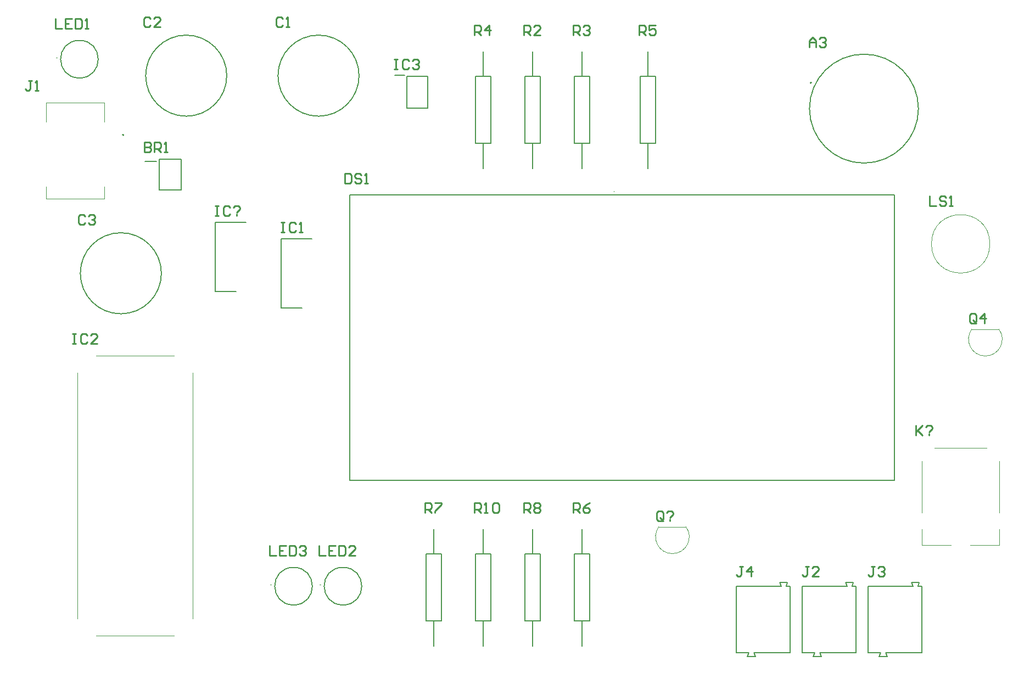
<source format=gto>
G04*
G04 #@! TF.GenerationSoftware,Altium Limited,Altium Designer,23.6.0 (18)*
G04*
G04 Layer_Color=65535*
%FSLAX44Y44*%
%MOMM*%
G71*
G04*
G04 #@! TF.SameCoordinates,7898EC2A-0A59-48EF-961D-189EECB35E8C*
G04*
G04*
G04 #@! TF.FilePolarity,Positive*
G04*
G01*
G75*
%ADD10C,0.1000*%
%ADD11C,0.2000*%
%ADD12C,0.1270*%
%ADD13C,0.2540*%
D10*
X913600Y735200D02*
G03*
X913600Y736200I0J500D01*
G01*
D02*
G03*
X913600Y735200I0J-500D01*
G01*
X982265Y218482D02*
G03*
X1024308Y218519I21035J-15282D01*
G01*
X383800Y129000D02*
G03*
X384800Y129000I500J0D01*
G01*
D02*
G03*
X383800Y129000I-500J0D01*
G01*
X460000D02*
G03*
X461000Y129000I500J0D01*
G01*
D02*
G03*
X460000Y129000I-500J0D01*
G01*
X1402800Y655000D02*
G03*
X1492800Y655000I45000J0D01*
G01*
D02*
G03*
X1402800Y655000I-45000J0D01*
G01*
X1464866Y523282D02*
G03*
X1506908Y523319I21035J-15282D01*
G01*
X53600Y941800D02*
G03*
X54600Y941800I500J0D01*
G01*
D02*
G03*
X53600Y941800I-500J0D01*
G01*
X127400Y843000D02*
Y873000D01*
X37400D02*
X127400D01*
X37400Y843000D02*
Y873000D01*
Y725000D02*
Y743000D01*
Y725000D02*
X127400D01*
Y743000D01*
X1387800Y190200D02*
X1432800D01*
X1387800D02*
Y215200D01*
X1462800Y190200D02*
X1507800D01*
Y215200D01*
Y240200D02*
Y320200D01*
X1407800Y340200D02*
X1487800D01*
X1387800Y240200D02*
Y320200D01*
X982279Y218500D02*
X1024322D01*
X1464879Y523300D02*
X1506922D01*
X114970Y482453D02*
X234969D01*
X114970Y50653D02*
X234969D01*
X263869Y76553D02*
Y456553D01*
X86069Y76553D02*
Y456553D01*
D11*
X156400Y824000D02*
G03*
X156400Y822000I0J-1000D01*
G01*
D02*
G03*
X156400Y824000I0J1000D01*
G01*
X215300Y609600D02*
G03*
X215300Y609600I-62500J0D01*
G01*
X419100Y156000D02*
G03*
X419100Y98000I0J-29000D01*
G01*
D02*
G03*
X419100Y156000I0J29000D01*
G01*
X495300D02*
G03*
X495300Y98000I0J-29000D01*
G01*
D02*
G03*
X495300Y156000I0J29000D01*
G01*
X316100Y914400D02*
G03*
X316100Y914400I-62500J0D01*
G01*
X88900Y968800D02*
G03*
X88900Y910800I0J-29000D01*
G01*
D02*
G03*
X88900Y968800I0J29000D01*
G01*
X1217700Y903600D02*
G03*
X1217700Y903600I-1000J0D01*
G01*
X520100Y914400D02*
G03*
X520100Y914400I-62500J0D01*
G01*
X1345800Y290200D02*
Y730200D01*
X505800D02*
X1345800D01*
X505800Y290200D02*
Y730200D01*
Y290200D02*
X1345800D01*
X851650Y809950D02*
Y913050D01*
X875550D01*
Y809950D02*
Y913050D01*
X851650Y809950D02*
X875550D01*
X863600Y771250D02*
Y809950D01*
Y913050D02*
Y951750D01*
X298700Y688400D02*
X345700D01*
X298700Y581700D02*
Y688400D01*
Y581700D02*
X330200D01*
X775450Y73350D02*
Y176450D01*
X799350D01*
Y73350D02*
Y176450D01*
X775450Y73350D02*
X799350D01*
X787400Y34650D02*
Y73350D01*
Y176450D02*
Y215150D01*
X699250Y73350D02*
Y176450D01*
X723150D01*
Y73350D02*
Y176450D01*
X699250Y73350D02*
X723150D01*
X711200Y34650D02*
Y73350D01*
Y176450D02*
Y215150D01*
X1304700Y24800D02*
Y126800D01*
X1374640D01*
X1372140Y132800D02*
X1374640Y126800D01*
X1372140Y132800D02*
X1384140D01*
X1381700Y126800D02*
X1384140Y132800D01*
X1381700Y126800D02*
X1387700D01*
Y24800D02*
Y126800D01*
X1331760Y24800D02*
X1387700D01*
X1331760D02*
X1334260Y18800D01*
X1322260D02*
X1334260D01*
X1322260D02*
X1324700Y24800D01*
X1304700D02*
X1324700D01*
X1203100D02*
Y126800D01*
X1273040D01*
X1270540Y132800D02*
X1273040Y126800D01*
X1270540Y132800D02*
X1282540D01*
X1280100Y126800D02*
X1282540Y132800D01*
X1280100Y126800D02*
X1286100D01*
Y24800D02*
Y126800D01*
X1230160Y24800D02*
X1286100D01*
X1230160D02*
X1232660Y18800D01*
X1220660D02*
X1232660D01*
X1220660D02*
X1223100Y24800D01*
X1203100D02*
X1223100D01*
X1101500D02*
Y126800D01*
X1171440D01*
X1168940Y132800D02*
X1171440Y126800D01*
X1168940Y132800D02*
X1180940D01*
X1178500Y126800D02*
X1180940Y132800D01*
X1178500Y126800D02*
X1184500D01*
Y24800D02*
Y126800D01*
X1128560Y24800D02*
X1184500D01*
X1128560D02*
X1131060Y18800D01*
X1119060D02*
X1131060D01*
X1119060D02*
X1121500Y24800D01*
X1101500D02*
X1121500D01*
X623050Y73350D02*
Y176450D01*
X646950D01*
Y73350D02*
Y176450D01*
X623050Y73350D02*
X646950D01*
X635000Y34650D02*
Y73350D01*
Y176450D02*
Y215150D01*
X851650Y73350D02*
Y176450D01*
X875550D01*
Y73350D02*
Y176450D01*
X851650Y73350D02*
X875550D01*
X863600Y34650D02*
Y73350D01*
Y176450D02*
Y215150D01*
X699250Y809950D02*
Y913050D01*
X723150D01*
Y809950D02*
Y913050D01*
X699250Y809950D02*
X723150D01*
X711200Y771250D02*
Y809950D01*
Y913050D02*
Y951750D01*
X953250Y809950D02*
Y913050D01*
X977150D01*
Y809950D02*
Y913050D01*
X953250Y809950D02*
X977150D01*
X965200Y771250D02*
Y809950D01*
Y913050D02*
Y951750D01*
X775450Y809950D02*
Y913050D01*
X799350D01*
Y809950D02*
Y913050D01*
X775450Y809950D02*
X799350D01*
X787400Y771250D02*
Y809950D01*
Y913050D02*
Y951750D01*
X574850Y914800D02*
X590100D01*
X593600Y864500D02*
Y913500D01*
Y864500D02*
X625600D01*
Y913500D01*
X593600D02*
X625600D01*
X400300Y662900D02*
X447300D01*
X400300Y556200D02*
Y662900D01*
Y556200D02*
X431800D01*
X211600Y785500D02*
X245600D01*
Y738500D02*
Y785500D01*
X211600Y738500D02*
X245600D01*
X211600D02*
Y785500D01*
X189600Y782500D02*
X208100D01*
D12*
X1382700Y863600D02*
G03*
X1382700Y863600I-84000J0D01*
G01*
D13*
X497840Y763519D02*
Y748284D01*
X505457D01*
X507997Y750823D01*
Y760980D01*
X505457Y763519D01*
X497840D01*
X523232Y760980D02*
X520693Y763519D01*
X515614D01*
X513075Y760980D01*
Y758441D01*
X515614Y755901D01*
X520693D01*
X523232Y753362D01*
Y750823D01*
X520693Y748284D01*
X515614D01*
X513075Y750823D01*
X528310Y748284D02*
X533388D01*
X530849D01*
Y763519D01*
X528310Y760980D01*
X774192Y240538D02*
Y255773D01*
X781809D01*
X784349Y253234D01*
Y248155D01*
X781809Y245616D01*
X774192D01*
X779270D02*
X784349Y240538D01*
X789427Y253234D02*
X791966Y255773D01*
X797045D01*
X799584Y253234D01*
Y250695D01*
X797045Y248155D01*
X799584Y245616D01*
Y243077D01*
X797045Y240538D01*
X791966D01*
X789427Y243077D01*
Y245616D01*
X791966Y248155D01*
X789427Y250695D01*
Y253234D01*
X791966Y248155D02*
X797045D01*
X697992Y240538D02*
Y255773D01*
X705610D01*
X708149Y253234D01*
Y248155D01*
X705610Y245616D01*
X697992D01*
X703070D02*
X708149Y240538D01*
X713227D02*
X718305D01*
X715766D01*
Y255773D01*
X713227Y253234D01*
X725923D02*
X728462Y255773D01*
X733540D01*
X736080Y253234D01*
Y243077D01*
X733540Y240538D01*
X728462D01*
X725923Y243077D01*
Y253234D01*
X621792Y240538D02*
Y255773D01*
X629409D01*
X631949Y253234D01*
Y248155D01*
X629409Y245616D01*
X621792D01*
X626870D02*
X631949Y240538D01*
X637027Y255773D02*
X647184D01*
Y253234D01*
X637027Y243077D01*
Y240538D01*
X989073Y230123D02*
Y240280D01*
X986534Y242819D01*
X981455D01*
X978916Y240280D01*
Y230123D01*
X981455Y227584D01*
X986534D01*
X983994Y232662D02*
X989073Y227584D01*
X986534D02*
X989073Y230123D01*
X994151Y240280D02*
X996690Y242819D01*
X1001769D01*
X1004308Y240280D01*
Y237741D01*
X999229Y232662D01*
Y230123D02*
Y227584D01*
X382016Y189479D02*
Y174244D01*
X392173D01*
X407408Y189479D02*
X397251D01*
Y174244D01*
X407408D01*
X397251Y181861D02*
X402329D01*
X412486Y189479D02*
Y174244D01*
X420104D01*
X422643Y176783D01*
Y186940D01*
X420104Y189479D01*
X412486D01*
X427721Y186940D02*
X430260Y189479D01*
X435339D01*
X437878Y186940D01*
Y184401D01*
X435339Y181861D01*
X432800D01*
X435339D01*
X437878Y179322D01*
Y176783D01*
X435339Y174244D01*
X430260D01*
X427721Y176783D01*
X458216Y189479D02*
Y174244D01*
X468373D01*
X483608Y189479D02*
X473451D01*
Y174244D01*
X483608D01*
X473451Y181861D02*
X478529D01*
X488686Y189479D02*
Y174244D01*
X496304D01*
X498843Y176783D01*
Y186940D01*
X496304Y189479D01*
X488686D01*
X514078Y174244D02*
X503921D01*
X514078Y184401D01*
Y186940D01*
X511539Y189479D01*
X506460D01*
X503921Y186940D01*
X1378712Y374899D02*
Y359664D01*
Y364742D01*
X1388869Y374899D01*
X1381251Y367281D01*
X1388869Y359664D01*
X1393947Y372360D02*
X1396486Y374899D01*
X1401565D01*
X1404104Y372360D01*
Y369821D01*
X1399025Y364742D01*
Y362203D02*
Y359664D01*
X1315463Y157729D02*
X1310384D01*
X1312923D01*
Y145033D01*
X1310384Y142494D01*
X1307845D01*
X1305306Y145033D01*
X1320541Y155190D02*
X1323080Y157729D01*
X1328159D01*
X1330698Y155190D01*
Y152651D01*
X1328159Y150112D01*
X1325619D01*
X1328159D01*
X1330698Y147572D01*
Y145033D01*
X1328159Y142494D01*
X1323080D01*
X1320541Y145033D01*
X1213863Y157729D02*
X1208784D01*
X1211323D01*
Y145033D01*
X1208784Y142494D01*
X1206245D01*
X1203706Y145033D01*
X1229098Y142494D02*
X1218941D01*
X1229098Y152651D01*
Y155190D01*
X1226559Y157729D01*
X1221480D01*
X1218941Y155190D01*
X1112263Y157729D02*
X1107184D01*
X1109724D01*
Y145033D01*
X1107184Y142494D01*
X1104645D01*
X1102106Y145033D01*
X1124959Y142494D02*
Y157729D01*
X1117341Y150112D01*
X1127498D01*
X298450Y713989D02*
X303528D01*
X300989D01*
Y698754D01*
X298450D01*
X303528D01*
X321303Y711450D02*
X318763Y713989D01*
X313685D01*
X311146Y711450D01*
Y701293D01*
X313685Y698754D01*
X318763D01*
X321303Y701293D01*
X326381Y711450D02*
X328920Y713989D01*
X333998D01*
X336538Y711450D01*
Y708911D01*
X331459Y703832D01*
Y701293D02*
Y698754D01*
X97787Y697734D02*
X95247Y700273D01*
X90169D01*
X87630Y697734D01*
Y687577D01*
X90169Y685038D01*
X95247D01*
X97787Y687577D01*
X102865Y697734D02*
X105404Y700273D01*
X110483D01*
X113022Y697734D01*
Y695195D01*
X110483Y692655D01*
X107943D01*
X110483D01*
X113022Y690116D01*
Y687577D01*
X110483Y685038D01*
X105404D01*
X102865Y687577D01*
X850392Y240538D02*
Y255773D01*
X858009D01*
X860549Y253234D01*
Y248155D01*
X858009Y245616D01*
X850392D01*
X855470D02*
X860549Y240538D01*
X875784Y255773D02*
X870705Y253234D01*
X865627Y248155D01*
Y243077D01*
X868166Y240538D01*
X873245D01*
X875784Y243077D01*
Y245616D01*
X873245Y248155D01*
X865627D01*
X951992Y977138D02*
Y992373D01*
X959610D01*
X962149Y989834D01*
Y984755D01*
X959610Y982216D01*
X951992D01*
X957070D02*
X962149Y977138D01*
X977384Y992373D02*
X967227D01*
Y984755D01*
X972305Y987295D01*
X974845D01*
X977384Y984755D01*
Y979677D01*
X974845Y977138D01*
X969766D01*
X967227Y979677D01*
X697992Y977138D02*
Y992373D01*
X705610D01*
X708149Y989834D01*
Y984755D01*
X705610Y982216D01*
X697992D01*
X703070D02*
X708149Y977138D01*
X720845D02*
Y992373D01*
X713227Y984755D01*
X723384D01*
X1471673Y534923D02*
Y545080D01*
X1469133Y547619D01*
X1464055D01*
X1461516Y545080D01*
Y534923D01*
X1464055Y532384D01*
X1469133D01*
X1466594Y537462D02*
X1471673Y532384D01*
X1469133D02*
X1471673Y534923D01*
X1484369Y532384D02*
Y547619D01*
X1476751Y540001D01*
X1486908D01*
X1399794Y728467D02*
Y713232D01*
X1409951D01*
X1425186Y725928D02*
X1422647Y728467D01*
X1417568D01*
X1415029Y725928D01*
Y723389D01*
X1417568Y720850D01*
X1422647D01*
X1425186Y718310D01*
Y715771D01*
X1422647Y713232D01*
X1417568D01*
X1415029Y715771D01*
X1430264Y713232D02*
X1435343D01*
X1432803D01*
Y728467D01*
X1430264Y725928D01*
X51816Y1002279D02*
Y987044D01*
X61973D01*
X77208Y1002279D02*
X67051D01*
Y987044D01*
X77208D01*
X67051Y994661D02*
X72129D01*
X82286Y1002279D02*
Y987044D01*
X89904D01*
X92443Y989583D01*
Y999740D01*
X89904Y1002279D01*
X82286D01*
X97521Y987044D02*
X102600D01*
X100060D01*
Y1002279D01*
X97521Y999740D01*
X1214374Y958088D02*
Y968245D01*
X1219452Y973323D01*
X1224531Y968245D01*
Y958088D01*
Y965705D01*
X1214374D01*
X1229609Y970784D02*
X1232148Y973323D01*
X1237227D01*
X1239766Y970784D01*
Y968245D01*
X1237227Y965705D01*
X1234687D01*
X1237227D01*
X1239766Y963166D01*
Y960627D01*
X1237227Y958088D01*
X1232148D01*
X1229609Y960627D01*
X850392Y977138D02*
Y992373D01*
X858009D01*
X860549Y989834D01*
Y984755D01*
X858009Y982216D01*
X850392D01*
X855470D02*
X860549Y977138D01*
X865627Y989834D02*
X868166Y992373D01*
X873245D01*
X875784Y989834D01*
Y987295D01*
X873245Y984755D01*
X870705D01*
X873245D01*
X875784Y982216D01*
Y979677D01*
X873245Y977138D01*
X868166D01*
X865627Y979677D01*
X774192Y977138D02*
Y992373D01*
X781809D01*
X784349Y989834D01*
Y984755D01*
X781809Y982216D01*
X774192D01*
X779270D02*
X784349Y977138D01*
X799584D02*
X789427D01*
X799584Y987295D01*
Y989834D01*
X797045Y992373D01*
X791966D01*
X789427Y989834D01*
X15491Y906267D02*
X10412D01*
X12952D01*
Y893571D01*
X10412Y891032D01*
X7873D01*
X5334Y893571D01*
X20569Y891032D02*
X25647D01*
X23108D01*
Y906267D01*
X20569Y903728D01*
X574548Y939541D02*
X579626D01*
X577087D01*
Y924306D01*
X574548D01*
X579626D01*
X597401Y937002D02*
X594861Y939541D01*
X589783D01*
X587244Y937002D01*
Y926845D01*
X589783Y924306D01*
X594861D01*
X597401Y926845D01*
X602479Y937002D02*
X605018Y939541D01*
X610097D01*
X612636Y937002D01*
Y934463D01*
X610097Y931924D01*
X607557D01*
X610097D01*
X612636Y929384D01*
Y926845D01*
X610097Y924306D01*
X605018D01*
X602479Y926845D01*
X78232Y516631D02*
X83310D01*
X80771D01*
Y501396D01*
X78232D01*
X83310D01*
X101085Y514092D02*
X98545Y516631D01*
X93467D01*
X90928Y514092D01*
Y503935D01*
X93467Y501396D01*
X98545D01*
X101085Y503935D01*
X116320Y501396D02*
X106163D01*
X116320Y511553D01*
Y514092D01*
X113780Y516631D01*
X108702D01*
X106163Y514092D01*
X400050Y688589D02*
X405128D01*
X402589D01*
Y673354D01*
X400050D01*
X405128D01*
X422903Y686050D02*
X420363Y688589D01*
X415285D01*
X412746Y686050D01*
Y675893D01*
X415285Y673354D01*
X420363D01*
X422903Y675893D01*
X427981Y673354D02*
X433059D01*
X430520D01*
Y688589D01*
X427981Y686050D01*
X198625Y1002534D02*
X196085Y1005073D01*
X191007D01*
X188468Y1002534D01*
Y992377D01*
X191007Y989838D01*
X196085D01*
X198625Y992377D01*
X213860Y989838D02*
X203703D01*
X213860Y999995D01*
Y1002534D01*
X211321Y1005073D01*
X206242D01*
X203703Y1002534D01*
X402587D02*
X400047Y1005073D01*
X394969D01*
X392430Y1002534D01*
Y992377D01*
X394969Y989838D01*
X400047D01*
X402587Y992377D01*
X407665Y989838D02*
X412743D01*
X410204D01*
Y1005073D01*
X407665Y1002534D01*
X189484Y812033D02*
Y796798D01*
X197101D01*
X199641Y799337D01*
Y801876D01*
X197101Y804416D01*
X189484D01*
X197101D01*
X199641Y806955D01*
Y809494D01*
X197101Y812033D01*
X189484D01*
X204719Y796798D02*
Y812033D01*
X212337D01*
X214876Y809494D01*
Y804416D01*
X212337Y801876D01*
X204719D01*
X209797D02*
X214876Y796798D01*
X219954D02*
X225033D01*
X222493D01*
Y812033D01*
X219954Y809494D01*
M02*

</source>
